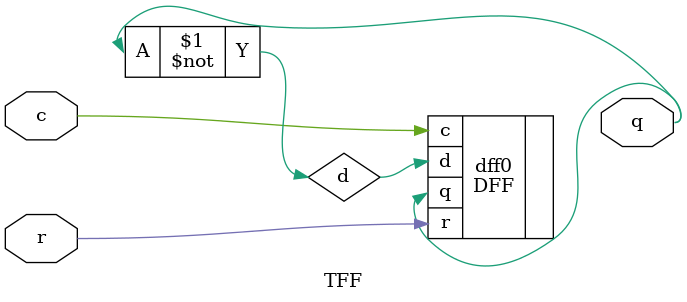
<source format=v>
module TFF
(
  input c, r,
  output q
);
  wire d;
  
  //instantiate DFF
  DFF dff0
  (
    .c(c),
    .r(r),
    .q(q),
    .d(d)
  );
  not n1(d,q);
endmodule

  
</source>
